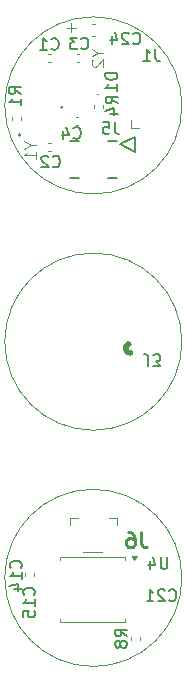
<source format=gbr>
%TF.GenerationSoftware,KiCad,Pcbnew,9.0.0*%
%TF.CreationDate,2025-03-13T16:46:45-04:00*%
%TF.ProjectId,IngestibleCapsule-Board_larger_vias,496e6765-7374-4696-926c-654361707375,rev?*%
%TF.SameCoordinates,Original*%
%TF.FileFunction,Legend,Bot*%
%TF.FilePolarity,Positive*%
%FSLAX46Y46*%
G04 Gerber Fmt 4.6, Leading zero omitted, Abs format (unit mm)*
G04 Created by KiCad (PCBNEW 9.0.0) date 2025-03-13 16:46:45*
%MOMM*%
%LPD*%
G01*
G04 APERTURE LIST*
%ADD10C,0.100000*%
%ADD11C,0.150000*%
%ADD12C,0.254000*%
%ADD13C,0.200000*%
%ADD14C,0.152400*%
%ADD15C,0.120000*%
%ADD16C,0.508000*%
%TA.AperFunction,Profile*%
%ADD17C,0.050000*%
%TD*%
G04 APERTURE END LIST*
D10*
X98496115Y-68441466D02*
X97734211Y-68441466D01*
X98115163Y-68822419D02*
X98115163Y-68060514D01*
D11*
X106417857Y-116884580D02*
X106465476Y-116932200D01*
X106465476Y-116932200D02*
X106608333Y-116979819D01*
X106608333Y-116979819D02*
X106703571Y-116979819D01*
X106703571Y-116979819D02*
X106846428Y-116932200D01*
X106846428Y-116932200D02*
X106941666Y-116836961D01*
X106941666Y-116836961D02*
X106989285Y-116741723D01*
X106989285Y-116741723D02*
X107036904Y-116551247D01*
X107036904Y-116551247D02*
X107036904Y-116408390D01*
X107036904Y-116408390D02*
X106989285Y-116217914D01*
X106989285Y-116217914D02*
X106941666Y-116122676D01*
X106941666Y-116122676D02*
X106846428Y-116027438D01*
X106846428Y-116027438D02*
X106703571Y-115979819D01*
X106703571Y-115979819D02*
X106608333Y-115979819D01*
X106608333Y-115979819D02*
X106465476Y-116027438D01*
X106465476Y-116027438D02*
X106417857Y-116075057D01*
X106036904Y-116075057D02*
X105989285Y-116027438D01*
X105989285Y-116027438D02*
X105894047Y-115979819D01*
X105894047Y-115979819D02*
X105655952Y-115979819D01*
X105655952Y-115979819D02*
X105560714Y-116027438D01*
X105560714Y-116027438D02*
X105513095Y-116075057D01*
X105513095Y-116075057D02*
X105465476Y-116170295D01*
X105465476Y-116170295D02*
X105465476Y-116265533D01*
X105465476Y-116265533D02*
X105513095Y-116408390D01*
X105513095Y-116408390D02*
X106084523Y-116979819D01*
X106084523Y-116979819D02*
X105465476Y-116979819D01*
X104513095Y-116979819D02*
X105084523Y-116979819D01*
X104798809Y-116979819D02*
X104798809Y-115979819D01*
X104798809Y-115979819D02*
X104894047Y-116122676D01*
X104894047Y-116122676D02*
X104989285Y-116217914D01*
X104989285Y-116217914D02*
X105084523Y-116265533D01*
X94959580Y-116437142D02*
X95007200Y-116389523D01*
X95007200Y-116389523D02*
X95054819Y-116246666D01*
X95054819Y-116246666D02*
X95054819Y-116151428D01*
X95054819Y-116151428D02*
X95007200Y-116008571D01*
X95007200Y-116008571D02*
X94911961Y-115913333D01*
X94911961Y-115913333D02*
X94816723Y-115865714D01*
X94816723Y-115865714D02*
X94626247Y-115818095D01*
X94626247Y-115818095D02*
X94483390Y-115818095D01*
X94483390Y-115818095D02*
X94292914Y-115865714D01*
X94292914Y-115865714D02*
X94197676Y-115913333D01*
X94197676Y-115913333D02*
X94102438Y-116008571D01*
X94102438Y-116008571D02*
X94054819Y-116151428D01*
X94054819Y-116151428D02*
X94054819Y-116246666D01*
X94054819Y-116246666D02*
X94102438Y-116389523D01*
X94102438Y-116389523D02*
X94150057Y-116437142D01*
X95054819Y-117389523D02*
X95054819Y-116818095D01*
X95054819Y-117103809D02*
X94054819Y-117103809D01*
X94054819Y-117103809D02*
X94197676Y-117008571D01*
X94197676Y-117008571D02*
X94292914Y-116913333D01*
X94292914Y-116913333D02*
X94340533Y-116818095D01*
X94054819Y-118294285D02*
X94054819Y-117818095D01*
X94054819Y-117818095D02*
X94531009Y-117770476D01*
X94531009Y-117770476D02*
X94483390Y-117818095D01*
X94483390Y-117818095D02*
X94435771Y-117913333D01*
X94435771Y-117913333D02*
X94435771Y-118151428D01*
X94435771Y-118151428D02*
X94483390Y-118246666D01*
X94483390Y-118246666D02*
X94531009Y-118294285D01*
X94531009Y-118294285D02*
X94626247Y-118341904D01*
X94626247Y-118341904D02*
X94864342Y-118341904D01*
X94864342Y-118341904D02*
X94959580Y-118294285D01*
X94959580Y-118294285D02*
X95007200Y-118246666D01*
X95007200Y-118246666D02*
X95054819Y-118151428D01*
X95054819Y-118151428D02*
X95054819Y-117913333D01*
X95054819Y-117913333D02*
X95007200Y-117818095D01*
X95007200Y-117818095D02*
X94959580Y-117770476D01*
D10*
X94681228Y-78323809D02*
X95157419Y-78323809D01*
X94157419Y-77990476D02*
X94681228Y-78323809D01*
X94681228Y-78323809D02*
X94157419Y-78657142D01*
X95157419Y-79514285D02*
X95157419Y-78942857D01*
X95157419Y-79228571D02*
X94157419Y-79228571D01*
X94157419Y-79228571D02*
X94300276Y-79133333D01*
X94300276Y-79133333D02*
X94395514Y-79038095D01*
X94395514Y-79038095D02*
X94443133Y-78942857D01*
D11*
X101793333Y-76404819D02*
X101793333Y-77119104D01*
X101793333Y-77119104D02*
X101840952Y-77261961D01*
X101840952Y-77261961D02*
X101936190Y-77357200D01*
X101936190Y-77357200D02*
X102079047Y-77404819D01*
X102079047Y-77404819D02*
X102174285Y-77404819D01*
X100840952Y-76404819D02*
X101317142Y-76404819D01*
X101317142Y-76404819D02*
X101364761Y-76881009D01*
X101364761Y-76881009D02*
X101317142Y-76833390D01*
X101317142Y-76833390D02*
X101221904Y-76785771D01*
X101221904Y-76785771D02*
X100983809Y-76785771D01*
X100983809Y-76785771D02*
X100888571Y-76833390D01*
X100888571Y-76833390D02*
X100840952Y-76881009D01*
X100840952Y-76881009D02*
X100793333Y-76976247D01*
X100793333Y-76976247D02*
X100793333Y-77214342D01*
X100793333Y-77214342D02*
X100840952Y-77309580D01*
X100840952Y-77309580D02*
X100888571Y-77357200D01*
X100888571Y-77357200D02*
X100983809Y-77404819D01*
X100983809Y-77404819D02*
X101221904Y-77404819D01*
X101221904Y-77404819D02*
X101317142Y-77357200D01*
X101317142Y-77357200D02*
X101364761Y-77309580D01*
X105233333Y-70254819D02*
X105233333Y-70969104D01*
X105233333Y-70969104D02*
X105280952Y-71111961D01*
X105280952Y-71111961D02*
X105376190Y-71207200D01*
X105376190Y-71207200D02*
X105519047Y-71254819D01*
X105519047Y-71254819D02*
X105614285Y-71254819D01*
X104233333Y-71254819D02*
X104804761Y-71254819D01*
X104519047Y-71254819D02*
X104519047Y-70254819D01*
X104519047Y-70254819D02*
X104614285Y-70397676D01*
X104614285Y-70397676D02*
X104709523Y-70492914D01*
X104709523Y-70492914D02*
X104804761Y-70540533D01*
D12*
X104053332Y-111144318D02*
X104053332Y-112051461D01*
X104053332Y-112051461D02*
X104113809Y-112232889D01*
X104113809Y-112232889D02*
X104234761Y-112353842D01*
X104234761Y-112353842D02*
X104416190Y-112414318D01*
X104416190Y-112414318D02*
X104537142Y-112414318D01*
X102904285Y-111144318D02*
X103146190Y-111144318D01*
X103146190Y-111144318D02*
X103267142Y-111204794D01*
X103267142Y-111204794D02*
X103327618Y-111265270D01*
X103327618Y-111265270D02*
X103448571Y-111446699D01*
X103448571Y-111446699D02*
X103509047Y-111688603D01*
X103509047Y-111688603D02*
X103509047Y-112172413D01*
X103509047Y-112172413D02*
X103448571Y-112293365D01*
X103448571Y-112293365D02*
X103388094Y-112353842D01*
X103388094Y-112353842D02*
X103267142Y-112414318D01*
X103267142Y-112414318D02*
X103025237Y-112414318D01*
X103025237Y-112414318D02*
X102904285Y-112353842D01*
X102904285Y-112353842D02*
X102843809Y-112293365D01*
X102843809Y-112293365D02*
X102783332Y-112172413D01*
X102783332Y-112172413D02*
X102783332Y-111870032D01*
X102783332Y-111870032D02*
X102843809Y-111749080D01*
X102843809Y-111749080D02*
X102904285Y-111688603D01*
X102904285Y-111688603D02*
X103025237Y-111628127D01*
X103025237Y-111628127D02*
X103267142Y-111628127D01*
X103267142Y-111628127D02*
X103388094Y-111688603D01*
X103388094Y-111688603D02*
X103448571Y-111749080D01*
X103448571Y-111749080D02*
X103509047Y-111870032D01*
D11*
X102054819Y-74833333D02*
X101578628Y-74500000D01*
X102054819Y-74261905D02*
X101054819Y-74261905D01*
X101054819Y-74261905D02*
X101054819Y-74642857D01*
X101054819Y-74642857D02*
X101102438Y-74738095D01*
X101102438Y-74738095D02*
X101150057Y-74785714D01*
X101150057Y-74785714D02*
X101245295Y-74833333D01*
X101245295Y-74833333D02*
X101388152Y-74833333D01*
X101388152Y-74833333D02*
X101483390Y-74785714D01*
X101483390Y-74785714D02*
X101531009Y-74738095D01*
X101531009Y-74738095D02*
X101578628Y-74642857D01*
X101578628Y-74642857D02*
X101578628Y-74261905D01*
X101388152Y-75690476D02*
X102054819Y-75690476D01*
X101007200Y-75452381D02*
X101721485Y-75214286D01*
X101721485Y-75214286D02*
X101721485Y-75833333D01*
X96554502Y-80159580D02*
X96602121Y-80207200D01*
X96602121Y-80207200D02*
X96744978Y-80254819D01*
X96744978Y-80254819D02*
X96840216Y-80254819D01*
X96840216Y-80254819D02*
X96983073Y-80207200D01*
X96983073Y-80207200D02*
X97078311Y-80111961D01*
X97078311Y-80111961D02*
X97125930Y-80016723D01*
X97125930Y-80016723D02*
X97173549Y-79826247D01*
X97173549Y-79826247D02*
X97173549Y-79683390D01*
X97173549Y-79683390D02*
X97125930Y-79492914D01*
X97125930Y-79492914D02*
X97078311Y-79397676D01*
X97078311Y-79397676D02*
X96983073Y-79302438D01*
X96983073Y-79302438D02*
X96840216Y-79254819D01*
X96840216Y-79254819D02*
X96744978Y-79254819D01*
X96744978Y-79254819D02*
X96602121Y-79302438D01*
X96602121Y-79302438D02*
X96554502Y-79350057D01*
X96173549Y-79350057D02*
X96125930Y-79302438D01*
X96125930Y-79302438D02*
X96030692Y-79254819D01*
X96030692Y-79254819D02*
X95792597Y-79254819D01*
X95792597Y-79254819D02*
X95697359Y-79302438D01*
X95697359Y-79302438D02*
X95649740Y-79350057D01*
X95649740Y-79350057D02*
X95602121Y-79445295D01*
X95602121Y-79445295D02*
X95602121Y-79540533D01*
X95602121Y-79540533D02*
X95649740Y-79683390D01*
X95649740Y-79683390D02*
X96221168Y-80254819D01*
X96221168Y-80254819D02*
X95602121Y-80254819D01*
X102854819Y-119953333D02*
X102378628Y-119620000D01*
X102854819Y-119381905D02*
X101854819Y-119381905D01*
X101854819Y-119381905D02*
X101854819Y-119762857D01*
X101854819Y-119762857D02*
X101902438Y-119858095D01*
X101902438Y-119858095D02*
X101950057Y-119905714D01*
X101950057Y-119905714D02*
X102045295Y-119953333D01*
X102045295Y-119953333D02*
X102188152Y-119953333D01*
X102188152Y-119953333D02*
X102283390Y-119905714D01*
X102283390Y-119905714D02*
X102331009Y-119858095D01*
X102331009Y-119858095D02*
X102378628Y-119762857D01*
X102378628Y-119762857D02*
X102378628Y-119381905D01*
X102283390Y-120524762D02*
X102235771Y-120429524D01*
X102235771Y-120429524D02*
X102188152Y-120381905D01*
X102188152Y-120381905D02*
X102092914Y-120334286D01*
X102092914Y-120334286D02*
X102045295Y-120334286D01*
X102045295Y-120334286D02*
X101950057Y-120381905D01*
X101950057Y-120381905D02*
X101902438Y-120429524D01*
X101902438Y-120429524D02*
X101854819Y-120524762D01*
X101854819Y-120524762D02*
X101854819Y-120715238D01*
X101854819Y-120715238D02*
X101902438Y-120810476D01*
X101902438Y-120810476D02*
X101950057Y-120858095D01*
X101950057Y-120858095D02*
X102045295Y-120905714D01*
X102045295Y-120905714D02*
X102092914Y-120905714D01*
X102092914Y-120905714D02*
X102188152Y-120858095D01*
X102188152Y-120858095D02*
X102235771Y-120810476D01*
X102235771Y-120810476D02*
X102283390Y-120715238D01*
X102283390Y-120715238D02*
X102283390Y-120524762D01*
X102283390Y-120524762D02*
X102331009Y-120429524D01*
X102331009Y-120429524D02*
X102378628Y-120381905D01*
X102378628Y-120381905D02*
X102473866Y-120334286D01*
X102473866Y-120334286D02*
X102664342Y-120334286D01*
X102664342Y-120334286D02*
X102759580Y-120381905D01*
X102759580Y-120381905D02*
X102807200Y-120429524D01*
X102807200Y-120429524D02*
X102854819Y-120524762D01*
X102854819Y-120524762D02*
X102854819Y-120715238D01*
X102854819Y-120715238D02*
X102807200Y-120810476D01*
X102807200Y-120810476D02*
X102759580Y-120858095D01*
X102759580Y-120858095D02*
X102664342Y-120905714D01*
X102664342Y-120905714D02*
X102473866Y-120905714D01*
X102473866Y-120905714D02*
X102378628Y-120858095D01*
X102378628Y-120858095D02*
X102331009Y-120810476D01*
X102331009Y-120810476D02*
X102283390Y-120715238D01*
X103367857Y-69734580D02*
X103415476Y-69782200D01*
X103415476Y-69782200D02*
X103558333Y-69829819D01*
X103558333Y-69829819D02*
X103653571Y-69829819D01*
X103653571Y-69829819D02*
X103796428Y-69782200D01*
X103796428Y-69782200D02*
X103891666Y-69686961D01*
X103891666Y-69686961D02*
X103939285Y-69591723D01*
X103939285Y-69591723D02*
X103986904Y-69401247D01*
X103986904Y-69401247D02*
X103986904Y-69258390D01*
X103986904Y-69258390D02*
X103939285Y-69067914D01*
X103939285Y-69067914D02*
X103891666Y-68972676D01*
X103891666Y-68972676D02*
X103796428Y-68877438D01*
X103796428Y-68877438D02*
X103653571Y-68829819D01*
X103653571Y-68829819D02*
X103558333Y-68829819D01*
X103558333Y-68829819D02*
X103415476Y-68877438D01*
X103415476Y-68877438D02*
X103367857Y-68925057D01*
X102986904Y-68925057D02*
X102939285Y-68877438D01*
X102939285Y-68877438D02*
X102844047Y-68829819D01*
X102844047Y-68829819D02*
X102605952Y-68829819D01*
X102605952Y-68829819D02*
X102510714Y-68877438D01*
X102510714Y-68877438D02*
X102463095Y-68925057D01*
X102463095Y-68925057D02*
X102415476Y-69020295D01*
X102415476Y-69020295D02*
X102415476Y-69115533D01*
X102415476Y-69115533D02*
X102463095Y-69258390D01*
X102463095Y-69258390D02*
X103034523Y-69829819D01*
X103034523Y-69829819D02*
X102415476Y-69829819D01*
X101558333Y-69163152D02*
X101558333Y-69829819D01*
X101796428Y-68782200D02*
X102034523Y-69496485D01*
X102034523Y-69496485D02*
X101415476Y-69496485D01*
X98316666Y-77749580D02*
X98364285Y-77797200D01*
X98364285Y-77797200D02*
X98507142Y-77844819D01*
X98507142Y-77844819D02*
X98602380Y-77844819D01*
X98602380Y-77844819D02*
X98745237Y-77797200D01*
X98745237Y-77797200D02*
X98840475Y-77701961D01*
X98840475Y-77701961D02*
X98888094Y-77606723D01*
X98888094Y-77606723D02*
X98935713Y-77416247D01*
X98935713Y-77416247D02*
X98935713Y-77273390D01*
X98935713Y-77273390D02*
X98888094Y-77082914D01*
X98888094Y-77082914D02*
X98840475Y-76987676D01*
X98840475Y-76987676D02*
X98745237Y-76892438D01*
X98745237Y-76892438D02*
X98602380Y-76844819D01*
X98602380Y-76844819D02*
X98507142Y-76844819D01*
X98507142Y-76844819D02*
X98364285Y-76892438D01*
X98364285Y-76892438D02*
X98316666Y-76940057D01*
X97459523Y-77178152D02*
X97459523Y-77844819D01*
X97697618Y-76797200D02*
X97935713Y-77511485D01*
X97935713Y-77511485D02*
X97316666Y-77511485D01*
X102024819Y-72261905D02*
X101024819Y-72261905D01*
X101024819Y-72261905D02*
X101024819Y-72500000D01*
X101024819Y-72500000D02*
X101072438Y-72642857D01*
X101072438Y-72642857D02*
X101167676Y-72738095D01*
X101167676Y-72738095D02*
X101262914Y-72785714D01*
X101262914Y-72785714D02*
X101453390Y-72833333D01*
X101453390Y-72833333D02*
X101596247Y-72833333D01*
X101596247Y-72833333D02*
X101786723Y-72785714D01*
X101786723Y-72785714D02*
X101881961Y-72738095D01*
X101881961Y-72738095D02*
X101977200Y-72642857D01*
X101977200Y-72642857D02*
X102024819Y-72500000D01*
X102024819Y-72500000D02*
X102024819Y-72261905D01*
X102024819Y-73785714D02*
X102024819Y-73214286D01*
X102024819Y-73500000D02*
X101024819Y-73500000D01*
X101024819Y-73500000D02*
X101167676Y-73404762D01*
X101167676Y-73404762D02*
X101262914Y-73309524D01*
X101262914Y-73309524D02*
X101310533Y-73214286D01*
X93854819Y-74033333D02*
X93378628Y-73700000D01*
X93854819Y-73461905D02*
X92854819Y-73461905D01*
X92854819Y-73461905D02*
X92854819Y-73842857D01*
X92854819Y-73842857D02*
X92902438Y-73938095D01*
X92902438Y-73938095D02*
X92950057Y-73985714D01*
X92950057Y-73985714D02*
X93045295Y-74033333D01*
X93045295Y-74033333D02*
X93188152Y-74033333D01*
X93188152Y-74033333D02*
X93283390Y-73985714D01*
X93283390Y-73985714D02*
X93331009Y-73938095D01*
X93331009Y-73938095D02*
X93378628Y-73842857D01*
X93378628Y-73842857D02*
X93378628Y-73461905D01*
X93854819Y-74985714D02*
X93854819Y-74414286D01*
X93854819Y-74700000D02*
X92854819Y-74700000D01*
X92854819Y-74700000D02*
X92997676Y-74604762D01*
X92997676Y-74604762D02*
X93092914Y-74509524D01*
X93092914Y-74509524D02*
X93140533Y-74414286D01*
X93839580Y-114157142D02*
X93887200Y-114109523D01*
X93887200Y-114109523D02*
X93934819Y-113966666D01*
X93934819Y-113966666D02*
X93934819Y-113871428D01*
X93934819Y-113871428D02*
X93887200Y-113728571D01*
X93887200Y-113728571D02*
X93791961Y-113633333D01*
X93791961Y-113633333D02*
X93696723Y-113585714D01*
X93696723Y-113585714D02*
X93506247Y-113538095D01*
X93506247Y-113538095D02*
X93363390Y-113538095D01*
X93363390Y-113538095D02*
X93172914Y-113585714D01*
X93172914Y-113585714D02*
X93077676Y-113633333D01*
X93077676Y-113633333D02*
X92982438Y-113728571D01*
X92982438Y-113728571D02*
X92934819Y-113871428D01*
X92934819Y-113871428D02*
X92934819Y-113966666D01*
X92934819Y-113966666D02*
X92982438Y-114109523D01*
X92982438Y-114109523D02*
X93030057Y-114157142D01*
X93934819Y-115109523D02*
X93934819Y-114538095D01*
X93934819Y-114823809D02*
X92934819Y-114823809D01*
X92934819Y-114823809D02*
X93077676Y-114728571D01*
X93077676Y-114728571D02*
X93172914Y-114633333D01*
X93172914Y-114633333D02*
X93220533Y-114538095D01*
X93268152Y-115966666D02*
X93934819Y-115966666D01*
X92887200Y-115728571D02*
X93601485Y-115490476D01*
X93601485Y-115490476D02*
X93601485Y-116109523D01*
X106259404Y-113249819D02*
X106259404Y-114059342D01*
X106259404Y-114059342D02*
X106211785Y-114154580D01*
X106211785Y-114154580D02*
X106164166Y-114202200D01*
X106164166Y-114202200D02*
X106068928Y-114249819D01*
X106068928Y-114249819D02*
X105878452Y-114249819D01*
X105878452Y-114249819D02*
X105783214Y-114202200D01*
X105783214Y-114202200D02*
X105735595Y-114154580D01*
X105735595Y-114154580D02*
X105687976Y-114059342D01*
X105687976Y-114059342D02*
X105687976Y-113249819D01*
X104783214Y-113583152D02*
X104783214Y-114249819D01*
X105021309Y-113202200D02*
X105259404Y-113916485D01*
X105259404Y-113916485D02*
X104640357Y-113916485D01*
X104666666Y-97045180D02*
X104666666Y-96330895D01*
X104666666Y-96330895D02*
X104619047Y-96188038D01*
X104619047Y-96188038D02*
X104523809Y-96092800D01*
X104523809Y-96092800D02*
X104380952Y-96045180D01*
X104380952Y-96045180D02*
X104285714Y-96045180D01*
X105047619Y-97045180D02*
X105666666Y-97045180D01*
X105666666Y-97045180D02*
X105333333Y-96664228D01*
X105333333Y-96664228D02*
X105476190Y-96664228D01*
X105476190Y-96664228D02*
X105571428Y-96616609D01*
X105571428Y-96616609D02*
X105619047Y-96568990D01*
X105619047Y-96568990D02*
X105666666Y-96473752D01*
X105666666Y-96473752D02*
X105666666Y-96235657D01*
X105666666Y-96235657D02*
X105619047Y-96140419D01*
X105619047Y-96140419D02*
X105571428Y-96092800D01*
X105571428Y-96092800D02*
X105476190Y-96045180D01*
X105476190Y-96045180D02*
X105190476Y-96045180D01*
X105190476Y-96045180D02*
X105095238Y-96092800D01*
X105095238Y-96092800D02*
X105047619Y-96140419D01*
X96446666Y-70199580D02*
X96494285Y-70247200D01*
X96494285Y-70247200D02*
X96637142Y-70294819D01*
X96637142Y-70294819D02*
X96732380Y-70294819D01*
X96732380Y-70294819D02*
X96875237Y-70247200D01*
X96875237Y-70247200D02*
X96970475Y-70151961D01*
X96970475Y-70151961D02*
X97018094Y-70056723D01*
X97018094Y-70056723D02*
X97065713Y-69866247D01*
X97065713Y-69866247D02*
X97065713Y-69723390D01*
X97065713Y-69723390D02*
X97018094Y-69532914D01*
X97018094Y-69532914D02*
X96970475Y-69437676D01*
X96970475Y-69437676D02*
X96875237Y-69342438D01*
X96875237Y-69342438D02*
X96732380Y-69294819D01*
X96732380Y-69294819D02*
X96637142Y-69294819D01*
X96637142Y-69294819D02*
X96494285Y-69342438D01*
X96494285Y-69342438D02*
X96446666Y-69390057D01*
X95494285Y-70294819D02*
X96065713Y-70294819D01*
X95779999Y-70294819D02*
X95779999Y-69294819D01*
X95779999Y-69294819D02*
X95875237Y-69437676D01*
X95875237Y-69437676D02*
X95970475Y-69532914D01*
X95970475Y-69532914D02*
X96065713Y-69580533D01*
X98966666Y-70159580D02*
X99014285Y-70207200D01*
X99014285Y-70207200D02*
X99157142Y-70254819D01*
X99157142Y-70254819D02*
X99252380Y-70254819D01*
X99252380Y-70254819D02*
X99395237Y-70207200D01*
X99395237Y-70207200D02*
X99490475Y-70111961D01*
X99490475Y-70111961D02*
X99538094Y-70016723D01*
X99538094Y-70016723D02*
X99585713Y-69826247D01*
X99585713Y-69826247D02*
X99585713Y-69683390D01*
X99585713Y-69683390D02*
X99538094Y-69492914D01*
X99538094Y-69492914D02*
X99490475Y-69397676D01*
X99490475Y-69397676D02*
X99395237Y-69302438D01*
X99395237Y-69302438D02*
X99252380Y-69254819D01*
X99252380Y-69254819D02*
X99157142Y-69254819D01*
X99157142Y-69254819D02*
X99014285Y-69302438D01*
X99014285Y-69302438D02*
X98966666Y-69350057D01*
X98633332Y-69254819D02*
X98014285Y-69254819D01*
X98014285Y-69254819D02*
X98347618Y-69635771D01*
X98347618Y-69635771D02*
X98204761Y-69635771D01*
X98204761Y-69635771D02*
X98109523Y-69683390D01*
X98109523Y-69683390D02*
X98061904Y-69731009D01*
X98061904Y-69731009D02*
X98014285Y-69826247D01*
X98014285Y-69826247D02*
X98014285Y-70064342D01*
X98014285Y-70064342D02*
X98061904Y-70159580D01*
X98061904Y-70159580D02*
X98109523Y-70207200D01*
X98109523Y-70207200D02*
X98204761Y-70254819D01*
X98204761Y-70254819D02*
X98490475Y-70254819D01*
X98490475Y-70254819D02*
X98585713Y-70207200D01*
X98585713Y-70207200D02*
X98633332Y-70159580D01*
D10*
X100381228Y-70523809D02*
X100857419Y-70523809D01*
X99857419Y-70190476D02*
X100381228Y-70523809D01*
X100381228Y-70523809D02*
X99857419Y-70857142D01*
X99952657Y-71142857D02*
X99905038Y-71190476D01*
X99905038Y-71190476D02*
X99857419Y-71285714D01*
X99857419Y-71285714D02*
X99857419Y-71523809D01*
X99857419Y-71523809D02*
X99905038Y-71619047D01*
X99905038Y-71619047D02*
X99952657Y-71666666D01*
X99952657Y-71666666D02*
X100047895Y-71714285D01*
X100047895Y-71714285D02*
X100143133Y-71714285D01*
X100143133Y-71714285D02*
X100285990Y-71666666D01*
X100285990Y-71666666D02*
X100857419Y-71095238D01*
X100857419Y-71095238D02*
X100857419Y-71714285D01*
D13*
%TO.C,Y1*%
X93837753Y-77532597D02*
G75*
G02*
X93677753Y-77532597I-80000J0D01*
G01*
X93677753Y-77532597D02*
G75*
G02*
X93837753Y-77532597I80000J0D01*
G01*
D14*
%TO.C,J5*%
X98000004Y-78035001D02*
X98769959Y-78035001D01*
X98769959Y-81165000D02*
X98000004Y-81165000D01*
X101230041Y-78035001D02*
X101999996Y-78035001D01*
X101999996Y-81165000D02*
X101230041Y-81165000D01*
X102253996Y-78285000D02*
X103523996Y-77650000D01*
X103523996Y-77650000D02*
X103523996Y-78920000D01*
X103523996Y-78920000D02*
X102253996Y-78285000D01*
D15*
%TO.C,J1*%
X103195000Y-76240000D02*
X103195000Y-76875000D01*
X103195000Y-76875000D02*
X103830000Y-76875000D01*
D10*
%TO.C,J6*%
X98000000Y-109938000D02*
X98000000Y-110563000D01*
X98700000Y-109938000D02*
X98000000Y-109938000D01*
X100700000Y-112838000D02*
X99100000Y-112838000D01*
X101300000Y-109938000D02*
X102000000Y-109938000D01*
X102000000Y-109938000D02*
X102000000Y-110563000D01*
D15*
%TO.C,R4*%
X100020000Y-74946359D02*
X100020000Y-75253641D01*
X100780000Y-74946359D02*
X100780000Y-75253641D01*
%TO.C,C2*%
X96387836Y-78140000D02*
X96172164Y-78140000D01*
X96387836Y-78860000D02*
X96172164Y-78860000D01*
%TO.C,R8*%
X103217500Y-119966359D02*
X103217500Y-120273641D01*
X103977500Y-119966359D02*
X103977500Y-120273641D01*
%TO.C,C24*%
X99859420Y-68090000D02*
X100140580Y-68090000D01*
X99859420Y-69110000D02*
X100140580Y-69110000D01*
%TO.C,C4*%
X98512164Y-75940000D02*
X98727836Y-75940000D01*
X98512164Y-76660000D02*
X98727836Y-76660000D01*
D10*
%TO.C,D1*%
X100450000Y-74090000D02*
G75*
G02*
X100350000Y-74090000I-50000J0D01*
G01*
X100350000Y-74090000D02*
G75*
G02*
X100450000Y-74090000I50000J0D01*
G01*
D15*
%TO.C,R1*%
X93120000Y-75946359D02*
X93120000Y-76253641D01*
X93880000Y-75946359D02*
X93880000Y-76253641D01*
%TO.C,C14*%
X94237500Y-114607164D02*
X94237500Y-114822836D01*
X94957500Y-114607164D02*
X94957500Y-114822836D01*
%TO.C,U4*%
X97187500Y-113235000D02*
X97187500Y-113505000D01*
X97187500Y-118755000D02*
X97187500Y-118485000D01*
X99947500Y-113235000D02*
X97187500Y-113235000D01*
X99947500Y-113235000D02*
X102707500Y-113235000D01*
X99947500Y-118755000D02*
X97187500Y-118755000D01*
X99947500Y-118755000D02*
X102707500Y-118755000D01*
X102707500Y-113235000D02*
X102707500Y-113505000D01*
X102707500Y-118755000D02*
X102707500Y-118485000D01*
X103472500Y-113505000D02*
X103232500Y-113175000D01*
X103712500Y-113175000D01*
X103472500Y-113505000D01*
G36*
X103472500Y-113505000D02*
G01*
X103232500Y-113175000D01*
X103712500Y-113175000D01*
X103472500Y-113505000D01*
G37*
D16*
%TO.C,J3*%
X103124566Y-95955977D02*
G75*
G02*
X102989461Y-95217207I-4166J380977D01*
G01*
D15*
%TO.C,C1*%
X96387836Y-70640000D02*
X96172164Y-70640000D01*
X96387836Y-71360000D02*
X96172164Y-71360000D01*
%TO.C,C3*%
X98592164Y-70640000D02*
X98807836Y-70640000D01*
X98592164Y-71360000D02*
X98807836Y-71360000D01*
D13*
%TO.C,Y2*%
X97413228Y-75149871D02*
G75*
G02*
X97253228Y-75149871I-80000J0D01*
G01*
X97253228Y-75149871D02*
G75*
G02*
X97413228Y-75149871I80000J0D01*
G01*
%TD*%
D17*
X107500000Y-115000000D02*
G75*
G02*
X92500000Y-115000000I-7500000J0D01*
G01*
X92500000Y-115000000D02*
G75*
G02*
X107500000Y-115000000I7500000J0D01*
G01*
X107500000Y-95000000D02*
G75*
G02*
X92500000Y-95000000I-7500000J0D01*
G01*
X92500000Y-95000000D02*
G75*
G02*
X107500000Y-95000000I7500000J0D01*
G01*
X107500000Y-75000000D02*
G75*
G02*
X92500000Y-75000000I-7500000J0D01*
G01*
X92500000Y-75000000D02*
G75*
G02*
X107500000Y-75000000I7500000J0D01*
G01*
M02*

</source>
